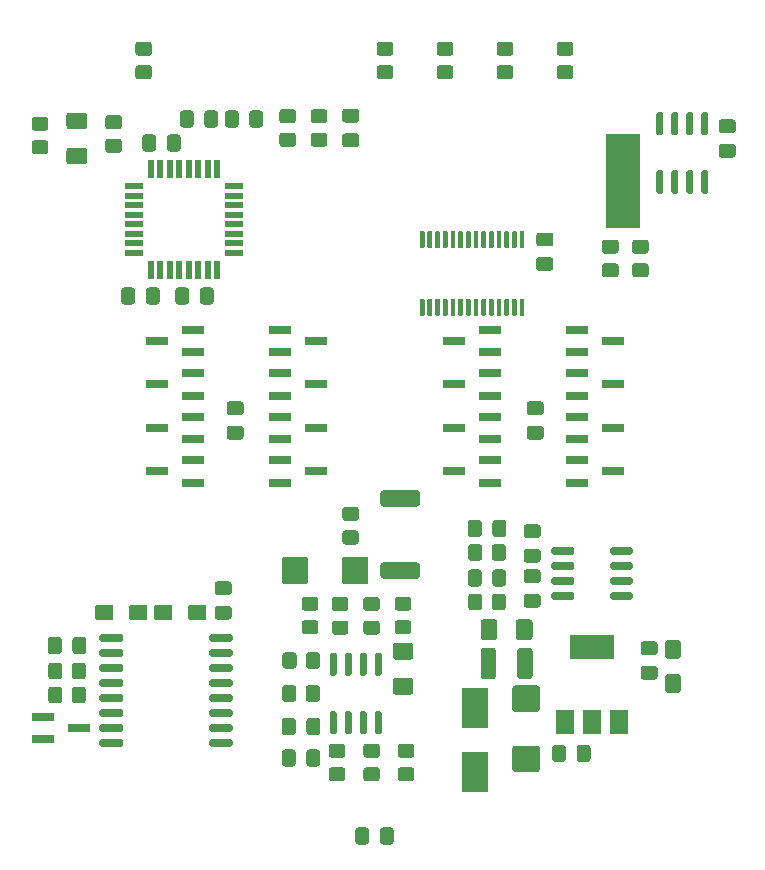
<source format=gbp>
G04 #@! TF.GenerationSoftware,KiCad,Pcbnew,5.1.12-84ad8e8a86~92~ubuntu16.04.1*
G04 #@! TF.CreationDate,2022-12-06T17:33:52+01:00*
G04 #@! TF.ProjectId,LedBar,4c656442-6172-42e6-9b69-6361645f7063,rev?*
G04 #@! TF.SameCoordinates,Original*
G04 #@! TF.FileFunction,Paste,Bot*
G04 #@! TF.FilePolarity,Positive*
%FSLAX46Y46*%
G04 Gerber Fmt 4.6, Leading zero omitted, Abs format (unit mm)*
G04 Created by KiCad (PCBNEW 5.1.12-84ad8e8a86~92~ubuntu16.04.1) date 2022-12-06 17:33:52*
%MOMM*%
%LPD*%
G01*
G04 APERTURE LIST*
%ADD10R,1.900000X0.800000*%
%ADD11R,3.000000X8.000000*%
%ADD12R,1.600000X0.550000*%
%ADD13R,0.550000X1.600000*%
%ADD14R,2.300000X3.500000*%
%ADD15R,1.500000X2.000000*%
%ADD16R,3.800000X2.000000*%
G04 APERTURE END LIST*
G36*
G01*
X164305000Y-106738000D02*
X163355000Y-106738000D01*
G75*
G02*
X163105000Y-106488000I0J250000D01*
G01*
X163105000Y-105813000D01*
G75*
G02*
X163355000Y-105563000I250000J0D01*
G01*
X164305000Y-105563000D01*
G75*
G02*
X164555000Y-105813000I0J-250000D01*
G01*
X164555000Y-106488000D01*
G75*
G02*
X164305000Y-106738000I-250000J0D01*
G01*
G37*
G36*
G01*
X164305000Y-108813000D02*
X163355000Y-108813000D01*
G75*
G02*
X163105000Y-108563000I0J250000D01*
G01*
X163105000Y-107888000D01*
G75*
G02*
X163355000Y-107638000I250000J0D01*
G01*
X164305000Y-107638000D01*
G75*
G02*
X164555000Y-107888000I0J-250000D01*
G01*
X164555000Y-108563000D01*
G75*
G02*
X164305000Y-108813000I-250000J0D01*
G01*
G37*
D10*
X131850000Y-107823000D03*
X134850000Y-108773000D03*
X134850000Y-106873000D03*
G36*
G01*
X137889000Y-121978000D02*
X136939000Y-121978000D01*
G75*
G02*
X136689000Y-121728000I0J250000D01*
G01*
X136689000Y-121053000D01*
G75*
G02*
X136939000Y-120803000I250000J0D01*
G01*
X137889000Y-120803000D01*
G75*
G02*
X138139000Y-121053000I0J-250000D01*
G01*
X138139000Y-121728000D01*
G75*
G02*
X137889000Y-121978000I-250000J0D01*
G01*
G37*
G36*
G01*
X137889000Y-124053000D02*
X136939000Y-124053000D01*
G75*
G02*
X136689000Y-123803000I0J250000D01*
G01*
X136689000Y-123128000D01*
G75*
G02*
X136939000Y-122878000I250000J0D01*
G01*
X137889000Y-122878000D01*
G75*
G02*
X138139000Y-123128000I0J-250000D01*
G01*
X138139000Y-123803000D01*
G75*
G02*
X137889000Y-124053000I-250000J0D01*
G01*
G37*
X131850000Y-111506000D03*
X134850000Y-112456000D03*
X134850000Y-110556000D03*
G36*
G01*
X180561000Y-82862000D02*
X179611000Y-82862000D01*
G75*
G02*
X179361000Y-82612000I0J250000D01*
G01*
X179361000Y-81937000D01*
G75*
G02*
X179611000Y-81687000I250000J0D01*
G01*
X180561000Y-81687000D01*
G75*
G02*
X180811000Y-81937000I0J-250000D01*
G01*
X180811000Y-82612000D01*
G75*
G02*
X180561000Y-82862000I-250000J0D01*
G01*
G37*
G36*
G01*
X180561000Y-84937000D02*
X179611000Y-84937000D01*
G75*
G02*
X179361000Y-84687000I0J250000D01*
G01*
X179361000Y-84012000D01*
G75*
G02*
X179611000Y-83762000I250000J0D01*
G01*
X180561000Y-83762000D01*
G75*
G02*
X180811000Y-84012000I0J-250000D01*
G01*
X180811000Y-84687000D01*
G75*
G02*
X180561000Y-84937000I-250000J0D01*
G01*
G37*
D11*
X171262000Y-86883000D03*
G36*
G01*
X128128000Y-123018999D02*
X128128000Y-123869001D01*
G75*
G02*
X127878001Y-124119000I-249999J0D01*
G01*
X126802999Y-124119000D01*
G75*
G02*
X126553000Y-123869001I0J249999D01*
G01*
X126553000Y-123018999D01*
G75*
G02*
X126802999Y-122769000I249999J0D01*
G01*
X127878001Y-122769000D01*
G75*
G02*
X128128000Y-123018999I0J-249999D01*
G01*
G37*
G36*
G01*
X131003000Y-123018999D02*
X131003000Y-123869001D01*
G75*
G02*
X130753001Y-124119000I-249999J0D01*
G01*
X129677999Y-124119000D01*
G75*
G02*
X129428000Y-123869001I0J249999D01*
G01*
X129428000Y-123018999D01*
G75*
G02*
X129677999Y-122769000I249999J0D01*
G01*
X130753001Y-122769000D01*
G75*
G02*
X131003000Y-123018999I0J-249999D01*
G01*
G37*
G36*
G01*
X174241000Y-86020000D02*
X174541000Y-86020000D01*
G75*
G02*
X174691000Y-86170000I0J-150000D01*
G01*
X174691000Y-87820000D01*
G75*
G02*
X174541000Y-87970000I-150000J0D01*
G01*
X174241000Y-87970000D01*
G75*
G02*
X174091000Y-87820000I0J150000D01*
G01*
X174091000Y-86170000D01*
G75*
G02*
X174241000Y-86020000I150000J0D01*
G01*
G37*
G36*
G01*
X175511000Y-86020000D02*
X175811000Y-86020000D01*
G75*
G02*
X175961000Y-86170000I0J-150000D01*
G01*
X175961000Y-87820000D01*
G75*
G02*
X175811000Y-87970000I-150000J0D01*
G01*
X175511000Y-87970000D01*
G75*
G02*
X175361000Y-87820000I0J150000D01*
G01*
X175361000Y-86170000D01*
G75*
G02*
X175511000Y-86020000I150000J0D01*
G01*
G37*
G36*
G01*
X176781000Y-86020000D02*
X177081000Y-86020000D01*
G75*
G02*
X177231000Y-86170000I0J-150000D01*
G01*
X177231000Y-87820000D01*
G75*
G02*
X177081000Y-87970000I-150000J0D01*
G01*
X176781000Y-87970000D01*
G75*
G02*
X176631000Y-87820000I0J150000D01*
G01*
X176631000Y-86170000D01*
G75*
G02*
X176781000Y-86020000I150000J0D01*
G01*
G37*
G36*
G01*
X178051000Y-86020000D02*
X178351000Y-86020000D01*
G75*
G02*
X178501000Y-86170000I0J-150000D01*
G01*
X178501000Y-87820000D01*
G75*
G02*
X178351000Y-87970000I-150000J0D01*
G01*
X178051000Y-87970000D01*
G75*
G02*
X177901000Y-87820000I0J150000D01*
G01*
X177901000Y-86170000D01*
G75*
G02*
X178051000Y-86020000I150000J0D01*
G01*
G37*
G36*
G01*
X178051000Y-81070000D02*
X178351000Y-81070000D01*
G75*
G02*
X178501000Y-81220000I0J-150000D01*
G01*
X178501000Y-82870000D01*
G75*
G02*
X178351000Y-83020000I-150000J0D01*
G01*
X178051000Y-83020000D01*
G75*
G02*
X177901000Y-82870000I0J150000D01*
G01*
X177901000Y-81220000D01*
G75*
G02*
X178051000Y-81070000I150000J0D01*
G01*
G37*
G36*
G01*
X176781000Y-81070000D02*
X177081000Y-81070000D01*
G75*
G02*
X177231000Y-81220000I0J-150000D01*
G01*
X177231000Y-82870000D01*
G75*
G02*
X177081000Y-83020000I-150000J0D01*
G01*
X176781000Y-83020000D01*
G75*
G02*
X176631000Y-82870000I0J150000D01*
G01*
X176631000Y-81220000D01*
G75*
G02*
X176781000Y-81070000I150000J0D01*
G01*
G37*
G36*
G01*
X175511000Y-81070000D02*
X175811000Y-81070000D01*
G75*
G02*
X175961000Y-81220000I0J-150000D01*
G01*
X175961000Y-82870000D01*
G75*
G02*
X175811000Y-83020000I-150000J0D01*
G01*
X175511000Y-83020000D01*
G75*
G02*
X175361000Y-82870000I0J150000D01*
G01*
X175361000Y-81220000D01*
G75*
G02*
X175511000Y-81070000I150000J0D01*
G01*
G37*
G36*
G01*
X174241000Y-81070000D02*
X174541000Y-81070000D01*
G75*
G02*
X174691000Y-81220000I0J-150000D01*
G01*
X174691000Y-82870000D01*
G75*
G02*
X174541000Y-83020000I-150000J0D01*
G01*
X174241000Y-83020000D01*
G75*
G02*
X174091000Y-82870000I0J150000D01*
G01*
X174091000Y-81220000D01*
G75*
G02*
X174241000Y-81070000I150000J0D01*
G01*
G37*
G36*
G01*
X172299999Y-93870000D02*
X173200001Y-93870000D01*
G75*
G02*
X173450000Y-94119999I0J-249999D01*
G01*
X173450000Y-94820001D01*
G75*
G02*
X173200001Y-95070000I-249999J0D01*
G01*
X172299999Y-95070000D01*
G75*
G02*
X172050000Y-94820001I0J249999D01*
G01*
X172050000Y-94119999D01*
G75*
G02*
X172299999Y-93870000I249999J0D01*
G01*
G37*
G36*
G01*
X172299999Y-91870000D02*
X173200001Y-91870000D01*
G75*
G02*
X173450000Y-92119999I0J-249999D01*
G01*
X173450000Y-92820001D01*
G75*
G02*
X173200001Y-93070000I-249999J0D01*
G01*
X172299999Y-93070000D01*
G75*
G02*
X172050000Y-92820001I0J249999D01*
G01*
X172050000Y-92119999D01*
G75*
G02*
X172299999Y-91870000I249999J0D01*
G01*
G37*
G36*
G01*
X162142999Y-134711500D02*
X163993001Y-134711500D01*
G75*
G02*
X164243000Y-134961499I0J-249999D01*
G01*
X164243000Y-136711501D01*
G75*
G02*
X163993001Y-136961500I-249999J0D01*
G01*
X162142999Y-136961500D01*
G75*
G02*
X161893000Y-136711501I0J249999D01*
G01*
X161893000Y-134961499D01*
G75*
G02*
X162142999Y-134711500I249999J0D01*
G01*
G37*
G36*
G01*
X162142999Y-129611500D02*
X163993001Y-129611500D01*
G75*
G02*
X164243000Y-129861499I0J-249999D01*
G01*
X164243000Y-131611501D01*
G75*
G02*
X163993001Y-131861500I-249999J0D01*
G01*
X162142999Y-131861500D01*
G75*
G02*
X161893000Y-131611501I0J249999D01*
G01*
X161893000Y-129861499D01*
G75*
G02*
X162142999Y-129611500I249999J0D01*
G01*
G37*
D12*
X129862000Y-87370000D03*
X129862000Y-88170000D03*
X129862000Y-88970000D03*
X129862000Y-89770000D03*
X129862000Y-90570000D03*
X129862000Y-91370000D03*
X129862000Y-92170000D03*
X129862000Y-92970000D03*
D13*
X131312000Y-94420000D03*
X132112000Y-94420000D03*
X132912000Y-94420000D03*
X133712000Y-94420000D03*
X134512000Y-94420000D03*
X135312000Y-94420000D03*
X136112000Y-94420000D03*
X136912000Y-94420000D03*
D12*
X138362000Y-92970000D03*
X138362000Y-92170000D03*
X138362000Y-91370000D03*
X138362000Y-90570000D03*
X138362000Y-89770000D03*
X138362000Y-88970000D03*
X138362000Y-88170000D03*
X138362000Y-87370000D03*
D13*
X136912000Y-85920000D03*
X136112000Y-85920000D03*
X135312000Y-85920000D03*
X134512000Y-85920000D03*
X133712000Y-85920000D03*
X132912000Y-85920000D03*
X132112000Y-85920000D03*
X131312000Y-85920000D03*
G36*
G01*
X128963000Y-125453000D02*
X128963000Y-125753000D01*
G75*
G02*
X128813000Y-125903000I-150000J0D01*
G01*
X127063000Y-125903000D01*
G75*
G02*
X126913000Y-125753000I0J150000D01*
G01*
X126913000Y-125453000D01*
G75*
G02*
X127063000Y-125303000I150000J0D01*
G01*
X128813000Y-125303000D01*
G75*
G02*
X128963000Y-125453000I0J-150000D01*
G01*
G37*
G36*
G01*
X128963000Y-126723000D02*
X128963000Y-127023000D01*
G75*
G02*
X128813000Y-127173000I-150000J0D01*
G01*
X127063000Y-127173000D01*
G75*
G02*
X126913000Y-127023000I0J150000D01*
G01*
X126913000Y-126723000D01*
G75*
G02*
X127063000Y-126573000I150000J0D01*
G01*
X128813000Y-126573000D01*
G75*
G02*
X128963000Y-126723000I0J-150000D01*
G01*
G37*
G36*
G01*
X128963000Y-127993000D02*
X128963000Y-128293000D01*
G75*
G02*
X128813000Y-128443000I-150000J0D01*
G01*
X127063000Y-128443000D01*
G75*
G02*
X126913000Y-128293000I0J150000D01*
G01*
X126913000Y-127993000D01*
G75*
G02*
X127063000Y-127843000I150000J0D01*
G01*
X128813000Y-127843000D01*
G75*
G02*
X128963000Y-127993000I0J-150000D01*
G01*
G37*
G36*
G01*
X128963000Y-129263000D02*
X128963000Y-129563000D01*
G75*
G02*
X128813000Y-129713000I-150000J0D01*
G01*
X127063000Y-129713000D01*
G75*
G02*
X126913000Y-129563000I0J150000D01*
G01*
X126913000Y-129263000D01*
G75*
G02*
X127063000Y-129113000I150000J0D01*
G01*
X128813000Y-129113000D01*
G75*
G02*
X128963000Y-129263000I0J-150000D01*
G01*
G37*
G36*
G01*
X128963000Y-130533000D02*
X128963000Y-130833000D01*
G75*
G02*
X128813000Y-130983000I-150000J0D01*
G01*
X127063000Y-130983000D01*
G75*
G02*
X126913000Y-130833000I0J150000D01*
G01*
X126913000Y-130533000D01*
G75*
G02*
X127063000Y-130383000I150000J0D01*
G01*
X128813000Y-130383000D01*
G75*
G02*
X128963000Y-130533000I0J-150000D01*
G01*
G37*
G36*
G01*
X128963000Y-131803000D02*
X128963000Y-132103000D01*
G75*
G02*
X128813000Y-132253000I-150000J0D01*
G01*
X127063000Y-132253000D01*
G75*
G02*
X126913000Y-132103000I0J150000D01*
G01*
X126913000Y-131803000D01*
G75*
G02*
X127063000Y-131653000I150000J0D01*
G01*
X128813000Y-131653000D01*
G75*
G02*
X128963000Y-131803000I0J-150000D01*
G01*
G37*
G36*
G01*
X128963000Y-133073000D02*
X128963000Y-133373000D01*
G75*
G02*
X128813000Y-133523000I-150000J0D01*
G01*
X127063000Y-133523000D01*
G75*
G02*
X126913000Y-133373000I0J150000D01*
G01*
X126913000Y-133073000D01*
G75*
G02*
X127063000Y-132923000I150000J0D01*
G01*
X128813000Y-132923000D01*
G75*
G02*
X128963000Y-133073000I0J-150000D01*
G01*
G37*
G36*
G01*
X128963000Y-134343000D02*
X128963000Y-134643000D01*
G75*
G02*
X128813000Y-134793000I-150000J0D01*
G01*
X127063000Y-134793000D01*
G75*
G02*
X126913000Y-134643000I0J150000D01*
G01*
X126913000Y-134343000D01*
G75*
G02*
X127063000Y-134193000I150000J0D01*
G01*
X128813000Y-134193000D01*
G75*
G02*
X128963000Y-134343000I0J-150000D01*
G01*
G37*
G36*
G01*
X138263000Y-134343000D02*
X138263000Y-134643000D01*
G75*
G02*
X138113000Y-134793000I-150000J0D01*
G01*
X136363000Y-134793000D01*
G75*
G02*
X136213000Y-134643000I0J150000D01*
G01*
X136213000Y-134343000D01*
G75*
G02*
X136363000Y-134193000I150000J0D01*
G01*
X138113000Y-134193000D01*
G75*
G02*
X138263000Y-134343000I0J-150000D01*
G01*
G37*
G36*
G01*
X138263000Y-133073000D02*
X138263000Y-133373000D01*
G75*
G02*
X138113000Y-133523000I-150000J0D01*
G01*
X136363000Y-133523000D01*
G75*
G02*
X136213000Y-133373000I0J150000D01*
G01*
X136213000Y-133073000D01*
G75*
G02*
X136363000Y-132923000I150000J0D01*
G01*
X138113000Y-132923000D01*
G75*
G02*
X138263000Y-133073000I0J-150000D01*
G01*
G37*
G36*
G01*
X138263000Y-131803000D02*
X138263000Y-132103000D01*
G75*
G02*
X138113000Y-132253000I-150000J0D01*
G01*
X136363000Y-132253000D01*
G75*
G02*
X136213000Y-132103000I0J150000D01*
G01*
X136213000Y-131803000D01*
G75*
G02*
X136363000Y-131653000I150000J0D01*
G01*
X138113000Y-131653000D01*
G75*
G02*
X138263000Y-131803000I0J-150000D01*
G01*
G37*
G36*
G01*
X138263000Y-130533000D02*
X138263000Y-130833000D01*
G75*
G02*
X138113000Y-130983000I-150000J0D01*
G01*
X136363000Y-130983000D01*
G75*
G02*
X136213000Y-130833000I0J150000D01*
G01*
X136213000Y-130533000D01*
G75*
G02*
X136363000Y-130383000I150000J0D01*
G01*
X138113000Y-130383000D01*
G75*
G02*
X138263000Y-130533000I0J-150000D01*
G01*
G37*
G36*
G01*
X138263000Y-129263000D02*
X138263000Y-129563000D01*
G75*
G02*
X138113000Y-129713000I-150000J0D01*
G01*
X136363000Y-129713000D01*
G75*
G02*
X136213000Y-129563000I0J150000D01*
G01*
X136213000Y-129263000D01*
G75*
G02*
X136363000Y-129113000I150000J0D01*
G01*
X138113000Y-129113000D01*
G75*
G02*
X138263000Y-129263000I0J-150000D01*
G01*
G37*
G36*
G01*
X138263000Y-127993000D02*
X138263000Y-128293000D01*
G75*
G02*
X138113000Y-128443000I-150000J0D01*
G01*
X136363000Y-128443000D01*
G75*
G02*
X136213000Y-128293000I0J150000D01*
G01*
X136213000Y-127993000D01*
G75*
G02*
X136363000Y-127843000I150000J0D01*
G01*
X138113000Y-127843000D01*
G75*
G02*
X138263000Y-127993000I0J-150000D01*
G01*
G37*
G36*
G01*
X138263000Y-126723000D02*
X138263000Y-127023000D01*
G75*
G02*
X138113000Y-127173000I-150000J0D01*
G01*
X136363000Y-127173000D01*
G75*
G02*
X136213000Y-127023000I0J150000D01*
G01*
X136213000Y-126723000D01*
G75*
G02*
X136363000Y-126573000I150000J0D01*
G01*
X138113000Y-126573000D01*
G75*
G02*
X138263000Y-126723000I0J-150000D01*
G01*
G37*
G36*
G01*
X138263000Y-125453000D02*
X138263000Y-125753000D01*
G75*
G02*
X138113000Y-125903000I-150000J0D01*
G01*
X136363000Y-125903000D01*
G75*
G02*
X136213000Y-125753000I0J150000D01*
G01*
X136213000Y-125453000D01*
G75*
G02*
X136363000Y-125303000I150000J0D01*
G01*
X138113000Y-125303000D01*
G75*
G02*
X138263000Y-125453000I0J-150000D01*
G01*
G37*
G36*
G01*
X124606000Y-130879001D02*
X124606000Y-129978999D01*
G75*
G02*
X124855999Y-129729000I249999J0D01*
G01*
X125556001Y-129729000D01*
G75*
G02*
X125806000Y-129978999I0J-249999D01*
G01*
X125806000Y-130879001D01*
G75*
G02*
X125556001Y-131129000I-249999J0D01*
G01*
X124855999Y-131129000D01*
G75*
G02*
X124606000Y-130879001I0J249999D01*
G01*
G37*
G36*
G01*
X122606000Y-130879001D02*
X122606000Y-129978999D01*
G75*
G02*
X122855999Y-129729000I249999J0D01*
G01*
X123556001Y-129729000D01*
G75*
G02*
X123806000Y-129978999I0J-249999D01*
G01*
X123806000Y-130879001D01*
G75*
G02*
X123556001Y-131129000I-249999J0D01*
G01*
X122855999Y-131129000D01*
G75*
G02*
X122606000Y-130879001I0J249999D01*
G01*
G37*
G36*
G01*
X152029000Y-128981500D02*
X153279000Y-128981500D01*
G75*
G02*
X153529000Y-129231500I0J-250000D01*
G01*
X153529000Y-130156500D01*
G75*
G02*
X153279000Y-130406500I-250000J0D01*
G01*
X152029000Y-130406500D01*
G75*
G02*
X151779000Y-130156500I0J250000D01*
G01*
X151779000Y-129231500D01*
G75*
G02*
X152029000Y-128981500I250000J0D01*
G01*
G37*
G36*
G01*
X152029000Y-126006500D02*
X153279000Y-126006500D01*
G75*
G02*
X153529000Y-126256500I0J-250000D01*
G01*
X153529000Y-127181500D01*
G75*
G02*
X153279000Y-127431500I-250000J0D01*
G01*
X152029000Y-127431500D01*
G75*
G02*
X151779000Y-127181500I0J250000D01*
G01*
X151779000Y-126256500D01*
G75*
G02*
X152029000Y-126006500I250000J0D01*
G01*
G37*
D10*
X125198000Y-133223000D03*
X122198000Y-132273000D03*
X122198000Y-134173000D03*
G36*
G01*
X144625000Y-118962999D02*
X144625000Y-120813001D01*
G75*
G02*
X144375001Y-121063000I-249999J0D01*
G01*
X142624999Y-121063000D01*
G75*
G02*
X142375000Y-120813001I0J249999D01*
G01*
X142375000Y-118962999D01*
G75*
G02*
X142624999Y-118713000I249999J0D01*
G01*
X144375001Y-118713000D01*
G75*
G02*
X144625000Y-118962999I0J-249999D01*
G01*
G37*
G36*
G01*
X149725000Y-118962999D02*
X149725000Y-120813001D01*
G75*
G02*
X149475001Y-121063000I-249999J0D01*
G01*
X147724999Y-121063000D01*
G75*
G02*
X147475000Y-120813001I0J249999D01*
G01*
X147475000Y-118962999D01*
G75*
G02*
X147724999Y-118713000I249999J0D01*
G01*
X149475001Y-118713000D01*
G75*
G02*
X149725000Y-118962999I0J-249999D01*
G01*
G37*
G36*
G01*
X135451000Y-97122000D02*
X135451000Y-96172000D01*
G75*
G02*
X135701000Y-95922000I250000J0D01*
G01*
X136376000Y-95922000D01*
G75*
G02*
X136626000Y-96172000I0J-250000D01*
G01*
X136626000Y-97122000D01*
G75*
G02*
X136376000Y-97372000I-250000J0D01*
G01*
X135701000Y-97372000D01*
G75*
G02*
X135451000Y-97122000I0J250000D01*
G01*
G37*
G36*
G01*
X133376000Y-97122000D02*
X133376000Y-96172000D01*
G75*
G02*
X133626000Y-95922000I250000J0D01*
G01*
X134301000Y-95922000D01*
G75*
G02*
X134551000Y-96172000I0J-250000D01*
G01*
X134551000Y-97122000D01*
G75*
G02*
X134301000Y-97372000I-250000J0D01*
G01*
X133626000Y-97372000D01*
G75*
G02*
X133376000Y-97122000I0J250000D01*
G01*
G37*
G36*
G01*
X162192000Y-125529500D02*
X162192000Y-124279500D01*
G75*
G02*
X162442000Y-124029500I250000J0D01*
G01*
X163367000Y-124029500D01*
G75*
G02*
X163617000Y-124279500I0J-250000D01*
G01*
X163617000Y-125529500D01*
G75*
G02*
X163367000Y-125779500I-250000J0D01*
G01*
X162442000Y-125779500D01*
G75*
G02*
X162192000Y-125529500I0J250000D01*
G01*
G37*
G36*
G01*
X159217000Y-125529500D02*
X159217000Y-124279500D01*
G75*
G02*
X159467000Y-124029500I250000J0D01*
G01*
X160392000Y-124029500D01*
G75*
G02*
X160642000Y-124279500I0J-250000D01*
G01*
X160642000Y-125529500D01*
G75*
G02*
X160392000Y-125779500I-250000J0D01*
G01*
X159467000Y-125779500D01*
G75*
G02*
X159217000Y-125529500I0J250000D01*
G01*
G37*
G36*
G01*
X124406500Y-84087000D02*
X125656500Y-84087000D01*
G75*
G02*
X125906500Y-84337000I0J-250000D01*
G01*
X125906500Y-85262000D01*
G75*
G02*
X125656500Y-85512000I-250000J0D01*
G01*
X124406500Y-85512000D01*
G75*
G02*
X124156500Y-85262000I0J250000D01*
G01*
X124156500Y-84337000D01*
G75*
G02*
X124406500Y-84087000I250000J0D01*
G01*
G37*
G36*
G01*
X124406500Y-81112000D02*
X125656500Y-81112000D01*
G75*
G02*
X125906500Y-81362000I0J-250000D01*
G01*
X125906500Y-82287000D01*
G75*
G02*
X125656500Y-82537000I-250000J0D01*
G01*
X124406500Y-82537000D01*
G75*
G02*
X124156500Y-82287000I0J250000D01*
G01*
X124156500Y-81362000D01*
G75*
G02*
X124406500Y-81112000I250000J0D01*
G01*
G37*
G36*
G01*
X127692999Y-83331000D02*
X128593001Y-83331000D01*
G75*
G02*
X128843000Y-83580999I0J-249999D01*
G01*
X128843000Y-84281001D01*
G75*
G02*
X128593001Y-84531000I-249999J0D01*
G01*
X127692999Y-84531000D01*
G75*
G02*
X127443000Y-84281001I0J249999D01*
G01*
X127443000Y-83580999D01*
G75*
G02*
X127692999Y-83331000I249999J0D01*
G01*
G37*
G36*
G01*
X127692999Y-81331000D02*
X128593001Y-81331000D01*
G75*
G02*
X128843000Y-81580999I0J-249999D01*
G01*
X128843000Y-82281001D01*
G75*
G02*
X128593001Y-82531000I-249999J0D01*
G01*
X127692999Y-82531000D01*
G75*
G02*
X127443000Y-82281001I0J249999D01*
G01*
X127443000Y-81580999D01*
G75*
G02*
X127692999Y-81331000I249999J0D01*
G01*
G37*
X170410000Y-104140000D03*
X167410000Y-103190000D03*
X167410000Y-105090000D03*
X170410000Y-111506000D03*
X167410000Y-110556000D03*
X167410000Y-112456000D03*
X145264000Y-107823000D03*
X142264000Y-106873000D03*
X142264000Y-108773000D03*
X156996000Y-107823000D03*
X159996000Y-108773000D03*
X159996000Y-106873000D03*
X170410000Y-107823000D03*
X167410000Y-106873000D03*
X167410000Y-108773000D03*
X131850000Y-104140000D03*
X134850000Y-105090000D03*
X134850000Y-103190000D03*
X145264000Y-104140000D03*
X142264000Y-103190000D03*
X142264000Y-105090000D03*
X156996000Y-104140000D03*
X159996000Y-105090000D03*
X159996000Y-103190000D03*
X131850000Y-100457000D03*
X134850000Y-101407000D03*
X134850000Y-99507000D03*
X145264000Y-100457000D03*
X142264000Y-99507000D03*
X142264000Y-101407000D03*
X156996000Y-100457000D03*
X159996000Y-101407000D03*
X159996000Y-99507000D03*
X170410000Y-100457000D03*
X167410000Y-99507000D03*
X167410000Y-101407000D03*
G36*
G01*
X146615999Y-136544000D02*
X147516001Y-136544000D01*
G75*
G02*
X147766000Y-136793999I0J-249999D01*
G01*
X147766000Y-137494001D01*
G75*
G02*
X147516001Y-137744000I-249999J0D01*
G01*
X146615999Y-137744000D01*
G75*
G02*
X146366000Y-137494001I0J249999D01*
G01*
X146366000Y-136793999D01*
G75*
G02*
X146615999Y-136544000I249999J0D01*
G01*
G37*
G36*
G01*
X146615999Y-134544000D02*
X147516001Y-134544000D01*
G75*
G02*
X147766000Y-134793999I0J-249999D01*
G01*
X147766000Y-135494001D01*
G75*
G02*
X147516001Y-135744000I-249999J0D01*
G01*
X146615999Y-135744000D01*
G75*
G02*
X146366000Y-135494001I0J249999D01*
G01*
X146366000Y-134793999D01*
G75*
G02*
X146615999Y-134544000I249999J0D01*
G01*
G37*
G36*
G01*
X150437001Y-135744000D02*
X149536999Y-135744000D01*
G75*
G02*
X149287000Y-135494001I0J249999D01*
G01*
X149287000Y-134793999D01*
G75*
G02*
X149536999Y-134544000I249999J0D01*
G01*
X150437001Y-134544000D01*
G75*
G02*
X150687000Y-134793999I0J-249999D01*
G01*
X150687000Y-135494001D01*
G75*
G02*
X150437001Y-135744000I-249999J0D01*
G01*
G37*
G36*
G01*
X150437001Y-137744000D02*
X149536999Y-137744000D01*
G75*
G02*
X149287000Y-137494001I0J249999D01*
G01*
X149287000Y-136793999D01*
G75*
G02*
X149536999Y-136544000I249999J0D01*
G01*
X150437001Y-136544000D01*
G75*
G02*
X150687000Y-136793999I0J-249999D01*
G01*
X150687000Y-137494001D01*
G75*
G02*
X150437001Y-137744000I-249999J0D01*
G01*
G37*
G36*
G01*
X152457999Y-136544000D02*
X153358001Y-136544000D01*
G75*
G02*
X153608000Y-136793999I0J-249999D01*
G01*
X153608000Y-137494001D01*
G75*
G02*
X153358001Y-137744000I-249999J0D01*
G01*
X152457999Y-137744000D01*
G75*
G02*
X152208000Y-137494001I0J249999D01*
G01*
X152208000Y-136793999D01*
G75*
G02*
X152457999Y-136544000I249999J0D01*
G01*
G37*
G36*
G01*
X152457999Y-134544000D02*
X153358001Y-134544000D01*
G75*
G02*
X153608000Y-134793999I0J-249999D01*
G01*
X153608000Y-135494001D01*
G75*
G02*
X153358001Y-135744000I-249999J0D01*
G01*
X152457999Y-135744000D01*
G75*
G02*
X152208000Y-135494001I0J249999D01*
G01*
X152208000Y-134793999D01*
G75*
G02*
X152457999Y-134544000I249999J0D01*
G01*
G37*
G36*
G01*
X146869999Y-124123400D02*
X147770001Y-124123400D01*
G75*
G02*
X148020000Y-124373399I0J-249999D01*
G01*
X148020000Y-125073401D01*
G75*
G02*
X147770001Y-125323400I-249999J0D01*
G01*
X146869999Y-125323400D01*
G75*
G02*
X146620000Y-125073401I0J249999D01*
G01*
X146620000Y-124373399D01*
G75*
G02*
X146869999Y-124123400I249999J0D01*
G01*
G37*
G36*
G01*
X146869999Y-122123400D02*
X147770001Y-122123400D01*
G75*
G02*
X148020000Y-122373399I0J-249999D01*
G01*
X148020000Y-123073401D01*
G75*
G02*
X147770001Y-123323400I-249999J0D01*
G01*
X146869999Y-123323400D01*
G75*
G02*
X146620000Y-123073401I0J249999D01*
G01*
X146620000Y-122373399D01*
G75*
G02*
X146869999Y-122123400I249999J0D01*
G01*
G37*
G36*
G01*
X145230001Y-123298000D02*
X144329999Y-123298000D01*
G75*
G02*
X144080000Y-123048001I0J249999D01*
G01*
X144080000Y-122347999D01*
G75*
G02*
X144329999Y-122098000I249999J0D01*
G01*
X145230001Y-122098000D01*
G75*
G02*
X145480000Y-122347999I0J-249999D01*
G01*
X145480000Y-123048001D01*
G75*
G02*
X145230001Y-123298000I-249999J0D01*
G01*
G37*
G36*
G01*
X145230001Y-125298000D02*
X144329999Y-125298000D01*
G75*
G02*
X144080000Y-125048001I0J249999D01*
G01*
X144080000Y-124347999D01*
G75*
G02*
X144329999Y-124098000I249999J0D01*
G01*
X145230001Y-124098000D01*
G75*
G02*
X145480000Y-124347999I0J-249999D01*
G01*
X145480000Y-125048001D01*
G75*
G02*
X145230001Y-125298000I-249999J0D01*
G01*
G37*
G36*
G01*
X149536999Y-124123400D02*
X150437001Y-124123400D01*
G75*
G02*
X150687000Y-124373399I0J-249999D01*
G01*
X150687000Y-125073401D01*
G75*
G02*
X150437001Y-125323400I-249999J0D01*
G01*
X149536999Y-125323400D01*
G75*
G02*
X149287000Y-125073401I0J249999D01*
G01*
X149287000Y-124373399D01*
G75*
G02*
X149536999Y-124123400I249999J0D01*
G01*
G37*
G36*
G01*
X149536999Y-122123400D02*
X150437001Y-122123400D01*
G75*
G02*
X150687000Y-122373399I0J-249999D01*
G01*
X150687000Y-123073401D01*
G75*
G02*
X150437001Y-123323400I-249999J0D01*
G01*
X149536999Y-123323400D01*
G75*
G02*
X149287000Y-123073401I0J249999D01*
G01*
X149287000Y-122373399D01*
G75*
G02*
X149536999Y-122123400I249999J0D01*
G01*
G37*
G36*
G01*
X152203999Y-124098000D02*
X153104001Y-124098000D01*
G75*
G02*
X153354000Y-124347999I0J-249999D01*
G01*
X153354000Y-125048001D01*
G75*
G02*
X153104001Y-125298000I-249999J0D01*
G01*
X152203999Y-125298000D01*
G75*
G02*
X151954000Y-125048001I0J249999D01*
G01*
X151954000Y-124347999D01*
G75*
G02*
X152203999Y-124098000I249999J0D01*
G01*
G37*
G36*
G01*
X152203999Y-122098000D02*
X153104001Y-122098000D01*
G75*
G02*
X153354000Y-122347999I0J-249999D01*
G01*
X153354000Y-123048001D01*
G75*
G02*
X153104001Y-123298000I-249999J0D01*
G01*
X152203999Y-123298000D01*
G75*
G02*
X151954000Y-123048001I0J249999D01*
G01*
X151954000Y-122347999D01*
G75*
G02*
X152203999Y-122098000I249999J0D01*
G01*
G37*
G36*
G01*
X144418000Y-130752001D02*
X144418000Y-129851999D01*
G75*
G02*
X144667999Y-129602000I249999J0D01*
G01*
X145368001Y-129602000D01*
G75*
G02*
X145618000Y-129851999I0J-249999D01*
G01*
X145618000Y-130752001D01*
G75*
G02*
X145368001Y-131002000I-249999J0D01*
G01*
X144667999Y-131002000D01*
G75*
G02*
X144418000Y-130752001I0J249999D01*
G01*
G37*
G36*
G01*
X142418000Y-130752001D02*
X142418000Y-129851999D01*
G75*
G02*
X142667999Y-129602000I249999J0D01*
G01*
X143368001Y-129602000D01*
G75*
G02*
X143618000Y-129851999I0J-249999D01*
G01*
X143618000Y-130752001D01*
G75*
G02*
X143368001Y-131002000I-249999J0D01*
G01*
X142667999Y-131002000D01*
G75*
G02*
X142418000Y-130752001I0J249999D01*
G01*
G37*
G36*
G01*
X144434000Y-127958001D02*
X144434000Y-127057999D01*
G75*
G02*
X144683999Y-126808000I249999J0D01*
G01*
X145384001Y-126808000D01*
G75*
G02*
X145634000Y-127057999I0J-249999D01*
G01*
X145634000Y-127958001D01*
G75*
G02*
X145384001Y-128208000I-249999J0D01*
G01*
X144683999Y-128208000D01*
G75*
G02*
X144434000Y-127958001I0J249999D01*
G01*
G37*
G36*
G01*
X142434000Y-127958001D02*
X142434000Y-127057999D01*
G75*
G02*
X142683999Y-126808000I249999J0D01*
G01*
X143384001Y-126808000D01*
G75*
G02*
X143634000Y-127057999I0J-249999D01*
G01*
X143634000Y-127958001D01*
G75*
G02*
X143384001Y-128208000I-249999J0D01*
G01*
X142683999Y-128208000D01*
G75*
G02*
X142434000Y-127958001I0J249999D01*
G01*
G37*
G36*
G01*
X148659001Y-115694000D02*
X147758999Y-115694000D01*
G75*
G02*
X147509000Y-115444001I0J249999D01*
G01*
X147509000Y-114743999D01*
G75*
G02*
X147758999Y-114494000I249999J0D01*
G01*
X148659001Y-114494000D01*
G75*
G02*
X148909000Y-114743999I0J-249999D01*
G01*
X148909000Y-115444001D01*
G75*
G02*
X148659001Y-115694000I-249999J0D01*
G01*
G37*
G36*
G01*
X148659001Y-117694000D02*
X147758999Y-117694000D01*
G75*
G02*
X147509000Y-117444001I0J249999D01*
G01*
X147509000Y-116743999D01*
G75*
G02*
X147758999Y-116494000I249999J0D01*
G01*
X148659001Y-116494000D01*
G75*
G02*
X148909000Y-116743999I0J-249999D01*
G01*
X148909000Y-117444001D01*
G75*
G02*
X148659001Y-117694000I-249999J0D01*
G01*
G37*
G36*
G01*
X160216000Y-120998000D02*
X160216000Y-120048000D01*
G75*
G02*
X160466000Y-119798000I250000J0D01*
G01*
X161141000Y-119798000D01*
G75*
G02*
X161391000Y-120048000I0J-250000D01*
G01*
X161391000Y-120998000D01*
G75*
G02*
X161141000Y-121248000I-250000J0D01*
G01*
X160466000Y-121248000D01*
G75*
G02*
X160216000Y-120998000I0J250000D01*
G01*
G37*
G36*
G01*
X158141000Y-120998000D02*
X158141000Y-120048000D01*
G75*
G02*
X158391000Y-119798000I250000J0D01*
G01*
X159066000Y-119798000D01*
G75*
G02*
X159316000Y-120048000I0J-250000D01*
G01*
X159316000Y-120998000D01*
G75*
G02*
X159066000Y-121248000I-250000J0D01*
G01*
X158391000Y-121248000D01*
G75*
G02*
X158141000Y-120998000I0J250000D01*
G01*
G37*
G36*
G01*
X163101000Y-118052000D02*
X164051000Y-118052000D01*
G75*
G02*
X164301000Y-118302000I0J-250000D01*
G01*
X164301000Y-118977000D01*
G75*
G02*
X164051000Y-119227000I-250000J0D01*
G01*
X163101000Y-119227000D01*
G75*
G02*
X162851000Y-118977000I0J250000D01*
G01*
X162851000Y-118302000D01*
G75*
G02*
X163101000Y-118052000I250000J0D01*
G01*
G37*
G36*
G01*
X163101000Y-115977000D02*
X164051000Y-115977000D01*
G75*
G02*
X164301000Y-116227000I0J-250000D01*
G01*
X164301000Y-116902000D01*
G75*
G02*
X164051000Y-117152000I-250000J0D01*
G01*
X163101000Y-117152000D01*
G75*
G02*
X162851000Y-116902000I0J250000D01*
G01*
X162851000Y-116227000D01*
G75*
G02*
X163101000Y-115977000I250000J0D01*
G01*
G37*
G36*
G01*
X160216000Y-116807000D02*
X160216000Y-115857000D01*
G75*
G02*
X160466000Y-115607000I250000J0D01*
G01*
X161141000Y-115607000D01*
G75*
G02*
X161391000Y-115857000I0J-250000D01*
G01*
X161391000Y-116807000D01*
G75*
G02*
X161141000Y-117057000I-250000J0D01*
G01*
X160466000Y-117057000D01*
G75*
G02*
X160216000Y-116807000I0J250000D01*
G01*
G37*
G36*
G01*
X158141000Y-116807000D02*
X158141000Y-115857000D01*
G75*
G02*
X158391000Y-115607000I250000J0D01*
G01*
X159066000Y-115607000D01*
G75*
G02*
X159316000Y-115857000I0J-250000D01*
G01*
X159316000Y-116807000D01*
G75*
G02*
X159066000Y-117057000I-250000J0D01*
G01*
X158391000Y-117057000D01*
G75*
G02*
X158141000Y-116807000I0J250000D01*
G01*
G37*
G36*
G01*
X173007000Y-127958000D02*
X173957000Y-127958000D01*
G75*
G02*
X174207000Y-128208000I0J-250000D01*
G01*
X174207000Y-128883000D01*
G75*
G02*
X173957000Y-129133000I-250000J0D01*
G01*
X173007000Y-129133000D01*
G75*
G02*
X172757000Y-128883000I0J250000D01*
G01*
X172757000Y-128208000D01*
G75*
G02*
X173007000Y-127958000I250000J0D01*
G01*
G37*
G36*
G01*
X173007000Y-125883000D02*
X173957000Y-125883000D01*
G75*
G02*
X174207000Y-126133000I0J-250000D01*
G01*
X174207000Y-126808000D01*
G75*
G02*
X173957000Y-127058000I-250000J0D01*
G01*
X173007000Y-127058000D01*
G75*
G02*
X172757000Y-126808000I0J250000D01*
G01*
X172757000Y-126133000D01*
G75*
G02*
X173007000Y-125883000I250000J0D01*
G01*
G37*
G36*
G01*
X163101000Y-121862000D02*
X164051000Y-121862000D01*
G75*
G02*
X164301000Y-122112000I0J-250000D01*
G01*
X164301000Y-122787000D01*
G75*
G02*
X164051000Y-123037000I-250000J0D01*
G01*
X163101000Y-123037000D01*
G75*
G02*
X162851000Y-122787000I0J250000D01*
G01*
X162851000Y-122112000D01*
G75*
G02*
X163101000Y-121862000I250000J0D01*
G01*
G37*
G36*
G01*
X163101000Y-119787000D02*
X164051000Y-119787000D01*
G75*
G02*
X164301000Y-120037000I0J-250000D01*
G01*
X164301000Y-120712000D01*
G75*
G02*
X164051000Y-120962000I-250000J0D01*
G01*
X163101000Y-120962000D01*
G75*
G02*
X162851000Y-120712000I0J250000D01*
G01*
X162851000Y-120037000D01*
G75*
G02*
X163101000Y-119787000I250000J0D01*
G01*
G37*
D14*
X158750000Y-136939000D03*
X158750000Y-131539000D03*
G36*
G01*
X145091999Y-82823000D02*
X145992001Y-82823000D01*
G75*
G02*
X146242000Y-83072999I0J-249999D01*
G01*
X146242000Y-83773001D01*
G75*
G02*
X145992001Y-84023000I-249999J0D01*
G01*
X145091999Y-84023000D01*
G75*
G02*
X144842000Y-83773001I0J249999D01*
G01*
X144842000Y-83072999D01*
G75*
G02*
X145091999Y-82823000I249999J0D01*
G01*
G37*
G36*
G01*
X145091999Y-80823000D02*
X145992001Y-80823000D01*
G75*
G02*
X146242000Y-81072999I0J-249999D01*
G01*
X146242000Y-81773001D01*
G75*
G02*
X145992001Y-82023000I-249999J0D01*
G01*
X145091999Y-82023000D01*
G75*
G02*
X144842000Y-81773001I0J249999D01*
G01*
X144842000Y-81072999D01*
G75*
G02*
X145091999Y-80823000I249999J0D01*
G01*
G37*
G36*
G01*
X131133001Y-76308000D02*
X130232999Y-76308000D01*
G75*
G02*
X129983000Y-76058001I0J249999D01*
G01*
X129983000Y-75357999D01*
G75*
G02*
X130232999Y-75108000I249999J0D01*
G01*
X131133001Y-75108000D01*
G75*
G02*
X131383000Y-75357999I0J-249999D01*
G01*
X131383000Y-76058001D01*
G75*
G02*
X131133001Y-76308000I-249999J0D01*
G01*
G37*
G36*
G01*
X131133001Y-78308000D02*
X130232999Y-78308000D01*
G75*
G02*
X129983000Y-78058001I0J249999D01*
G01*
X129983000Y-77357999D01*
G75*
G02*
X130232999Y-77108000I249999J0D01*
G01*
X131133001Y-77108000D01*
G75*
G02*
X131383000Y-77357999I0J-249999D01*
G01*
X131383000Y-78058001D01*
G75*
G02*
X131133001Y-78308000I-249999J0D01*
G01*
G37*
G36*
G01*
X144468000Y-136238000D02*
X144468000Y-135288000D01*
G75*
G02*
X144718000Y-135038000I250000J0D01*
G01*
X145393000Y-135038000D01*
G75*
G02*
X145643000Y-135288000I0J-250000D01*
G01*
X145643000Y-136238000D01*
G75*
G02*
X145393000Y-136488000I-250000J0D01*
G01*
X144718000Y-136488000D01*
G75*
G02*
X144468000Y-136238000I0J250000D01*
G01*
G37*
G36*
G01*
X142393000Y-136238000D02*
X142393000Y-135288000D01*
G75*
G02*
X142643000Y-135038000I250000J0D01*
G01*
X143318000Y-135038000D01*
G75*
G02*
X143568000Y-135288000I0J-250000D01*
G01*
X143568000Y-136238000D01*
G75*
G02*
X143318000Y-136488000I-250000J0D01*
G01*
X142643000Y-136488000D01*
G75*
G02*
X142393000Y-136238000I0J250000D01*
G01*
G37*
G36*
G01*
X165919999Y-77108000D02*
X166820001Y-77108000D01*
G75*
G02*
X167070000Y-77357999I0J-249999D01*
G01*
X167070000Y-78058001D01*
G75*
G02*
X166820001Y-78308000I-249999J0D01*
G01*
X165919999Y-78308000D01*
G75*
G02*
X165670000Y-78058001I0J249999D01*
G01*
X165670000Y-77357999D01*
G75*
G02*
X165919999Y-77108000I249999J0D01*
G01*
G37*
G36*
G01*
X165919999Y-75108000D02*
X166820001Y-75108000D01*
G75*
G02*
X167070000Y-75357999I0J-249999D01*
G01*
X167070000Y-76058001D01*
G75*
G02*
X166820001Y-76308000I-249999J0D01*
G01*
X165919999Y-76308000D01*
G75*
G02*
X165670000Y-76058001I0J249999D01*
G01*
X165670000Y-75357999D01*
G75*
G02*
X165919999Y-75108000I249999J0D01*
G01*
G37*
G36*
G01*
X160839999Y-77108000D02*
X161740001Y-77108000D01*
G75*
G02*
X161990000Y-77357999I0J-249999D01*
G01*
X161990000Y-78058001D01*
G75*
G02*
X161740001Y-78308000I-249999J0D01*
G01*
X160839999Y-78308000D01*
G75*
G02*
X160590000Y-78058001I0J249999D01*
G01*
X160590000Y-77357999D01*
G75*
G02*
X160839999Y-77108000I249999J0D01*
G01*
G37*
G36*
G01*
X160839999Y-75108000D02*
X161740001Y-75108000D01*
G75*
G02*
X161990000Y-75357999I0J-249999D01*
G01*
X161990000Y-76058001D01*
G75*
G02*
X161740001Y-76308000I-249999J0D01*
G01*
X160839999Y-76308000D01*
G75*
G02*
X160590000Y-76058001I0J249999D01*
G01*
X160590000Y-75357999D01*
G75*
G02*
X160839999Y-75108000I249999J0D01*
G01*
G37*
G36*
G01*
X155759999Y-77108000D02*
X156660001Y-77108000D01*
G75*
G02*
X156910000Y-77357999I0J-249999D01*
G01*
X156910000Y-78058001D01*
G75*
G02*
X156660001Y-78308000I-249999J0D01*
G01*
X155759999Y-78308000D01*
G75*
G02*
X155510000Y-78058001I0J249999D01*
G01*
X155510000Y-77357999D01*
G75*
G02*
X155759999Y-77108000I249999J0D01*
G01*
G37*
G36*
G01*
X155759999Y-75108000D02*
X156660001Y-75108000D01*
G75*
G02*
X156910000Y-75357999I0J-249999D01*
G01*
X156910000Y-76058001D01*
G75*
G02*
X156660001Y-76308000I-249999J0D01*
G01*
X155759999Y-76308000D01*
G75*
G02*
X155510000Y-76058001I0J249999D01*
G01*
X155510000Y-75357999D01*
G75*
G02*
X155759999Y-75108000I249999J0D01*
G01*
G37*
G36*
G01*
X150679999Y-77108000D02*
X151580001Y-77108000D01*
G75*
G02*
X151830000Y-77357999I0J-249999D01*
G01*
X151830000Y-78058001D01*
G75*
G02*
X151580001Y-78308000I-249999J0D01*
G01*
X150679999Y-78308000D01*
G75*
G02*
X150430000Y-78058001I0J249999D01*
G01*
X150430000Y-77357999D01*
G75*
G02*
X150679999Y-77108000I249999J0D01*
G01*
G37*
G36*
G01*
X150679999Y-75108000D02*
X151580001Y-75108000D01*
G75*
G02*
X151830000Y-75357999I0J-249999D01*
G01*
X151830000Y-76058001D01*
G75*
G02*
X151580001Y-76308000I-249999J0D01*
G01*
X150679999Y-76308000D01*
G75*
G02*
X150430000Y-76058001I0J249999D01*
G01*
X150430000Y-75357999D01*
G75*
G02*
X150679999Y-75108000I249999J0D01*
G01*
G37*
G36*
G01*
X148684000Y-81973000D02*
X147734000Y-81973000D01*
G75*
G02*
X147484000Y-81723000I0J250000D01*
G01*
X147484000Y-81048000D01*
G75*
G02*
X147734000Y-80798000I250000J0D01*
G01*
X148684000Y-80798000D01*
G75*
G02*
X148934000Y-81048000I0J-250000D01*
G01*
X148934000Y-81723000D01*
G75*
G02*
X148684000Y-81973000I-250000J0D01*
G01*
G37*
G36*
G01*
X148684000Y-84048000D02*
X147734000Y-84048000D01*
G75*
G02*
X147484000Y-83798000I0J250000D01*
G01*
X147484000Y-83123000D01*
G75*
G02*
X147734000Y-82873000I250000J0D01*
G01*
X148684000Y-82873000D01*
G75*
G02*
X148934000Y-83123000I0J-250000D01*
G01*
X148934000Y-83798000D01*
G75*
G02*
X148684000Y-84048000I-250000J0D01*
G01*
G37*
G36*
G01*
X144468000Y-133571000D02*
X144468000Y-132621000D01*
G75*
G02*
X144718000Y-132371000I250000J0D01*
G01*
X145393000Y-132371000D01*
G75*
G02*
X145643000Y-132621000I0J-250000D01*
G01*
X145643000Y-133571000D01*
G75*
G02*
X145393000Y-133821000I-250000J0D01*
G01*
X144718000Y-133821000D01*
G75*
G02*
X144468000Y-133571000I0J250000D01*
G01*
G37*
G36*
G01*
X142393000Y-133571000D02*
X142393000Y-132621000D01*
G75*
G02*
X142643000Y-132371000I250000J0D01*
G01*
X143318000Y-132371000D01*
G75*
G02*
X143568000Y-132621000I0J-250000D01*
G01*
X143568000Y-133571000D01*
G75*
G02*
X143318000Y-133821000I-250000J0D01*
G01*
X142643000Y-133821000D01*
G75*
G02*
X142393000Y-133571000I0J250000D01*
G01*
G37*
G36*
G01*
X154171000Y-96867000D02*
X154371000Y-96867000D01*
G75*
G02*
X154471000Y-96967000I0J-100000D01*
G01*
X154471000Y-98242000D01*
G75*
G02*
X154371000Y-98342000I-100000J0D01*
G01*
X154171000Y-98342000D01*
G75*
G02*
X154071000Y-98242000I0J100000D01*
G01*
X154071000Y-96967000D01*
G75*
G02*
X154171000Y-96867000I100000J0D01*
G01*
G37*
G36*
G01*
X154821000Y-96867000D02*
X155021000Y-96867000D01*
G75*
G02*
X155121000Y-96967000I0J-100000D01*
G01*
X155121000Y-98242000D01*
G75*
G02*
X155021000Y-98342000I-100000J0D01*
G01*
X154821000Y-98342000D01*
G75*
G02*
X154721000Y-98242000I0J100000D01*
G01*
X154721000Y-96967000D01*
G75*
G02*
X154821000Y-96867000I100000J0D01*
G01*
G37*
G36*
G01*
X155471000Y-96867000D02*
X155671000Y-96867000D01*
G75*
G02*
X155771000Y-96967000I0J-100000D01*
G01*
X155771000Y-98242000D01*
G75*
G02*
X155671000Y-98342000I-100000J0D01*
G01*
X155471000Y-98342000D01*
G75*
G02*
X155371000Y-98242000I0J100000D01*
G01*
X155371000Y-96967000D01*
G75*
G02*
X155471000Y-96867000I100000J0D01*
G01*
G37*
G36*
G01*
X156121000Y-96867000D02*
X156321000Y-96867000D01*
G75*
G02*
X156421000Y-96967000I0J-100000D01*
G01*
X156421000Y-98242000D01*
G75*
G02*
X156321000Y-98342000I-100000J0D01*
G01*
X156121000Y-98342000D01*
G75*
G02*
X156021000Y-98242000I0J100000D01*
G01*
X156021000Y-96967000D01*
G75*
G02*
X156121000Y-96867000I100000J0D01*
G01*
G37*
G36*
G01*
X156771000Y-96867000D02*
X156971000Y-96867000D01*
G75*
G02*
X157071000Y-96967000I0J-100000D01*
G01*
X157071000Y-98242000D01*
G75*
G02*
X156971000Y-98342000I-100000J0D01*
G01*
X156771000Y-98342000D01*
G75*
G02*
X156671000Y-98242000I0J100000D01*
G01*
X156671000Y-96967000D01*
G75*
G02*
X156771000Y-96867000I100000J0D01*
G01*
G37*
G36*
G01*
X157421000Y-96867000D02*
X157621000Y-96867000D01*
G75*
G02*
X157721000Y-96967000I0J-100000D01*
G01*
X157721000Y-98242000D01*
G75*
G02*
X157621000Y-98342000I-100000J0D01*
G01*
X157421000Y-98342000D01*
G75*
G02*
X157321000Y-98242000I0J100000D01*
G01*
X157321000Y-96967000D01*
G75*
G02*
X157421000Y-96867000I100000J0D01*
G01*
G37*
G36*
G01*
X158071000Y-96867000D02*
X158271000Y-96867000D01*
G75*
G02*
X158371000Y-96967000I0J-100000D01*
G01*
X158371000Y-98242000D01*
G75*
G02*
X158271000Y-98342000I-100000J0D01*
G01*
X158071000Y-98342000D01*
G75*
G02*
X157971000Y-98242000I0J100000D01*
G01*
X157971000Y-96967000D01*
G75*
G02*
X158071000Y-96867000I100000J0D01*
G01*
G37*
G36*
G01*
X158721000Y-96867000D02*
X158921000Y-96867000D01*
G75*
G02*
X159021000Y-96967000I0J-100000D01*
G01*
X159021000Y-98242000D01*
G75*
G02*
X158921000Y-98342000I-100000J0D01*
G01*
X158721000Y-98342000D01*
G75*
G02*
X158621000Y-98242000I0J100000D01*
G01*
X158621000Y-96967000D01*
G75*
G02*
X158721000Y-96867000I100000J0D01*
G01*
G37*
G36*
G01*
X159371000Y-96867000D02*
X159571000Y-96867000D01*
G75*
G02*
X159671000Y-96967000I0J-100000D01*
G01*
X159671000Y-98242000D01*
G75*
G02*
X159571000Y-98342000I-100000J0D01*
G01*
X159371000Y-98342000D01*
G75*
G02*
X159271000Y-98242000I0J100000D01*
G01*
X159271000Y-96967000D01*
G75*
G02*
X159371000Y-96867000I100000J0D01*
G01*
G37*
G36*
G01*
X160021000Y-96867000D02*
X160221000Y-96867000D01*
G75*
G02*
X160321000Y-96967000I0J-100000D01*
G01*
X160321000Y-98242000D01*
G75*
G02*
X160221000Y-98342000I-100000J0D01*
G01*
X160021000Y-98342000D01*
G75*
G02*
X159921000Y-98242000I0J100000D01*
G01*
X159921000Y-96967000D01*
G75*
G02*
X160021000Y-96867000I100000J0D01*
G01*
G37*
G36*
G01*
X160671000Y-96867000D02*
X160871000Y-96867000D01*
G75*
G02*
X160971000Y-96967000I0J-100000D01*
G01*
X160971000Y-98242000D01*
G75*
G02*
X160871000Y-98342000I-100000J0D01*
G01*
X160671000Y-98342000D01*
G75*
G02*
X160571000Y-98242000I0J100000D01*
G01*
X160571000Y-96967000D01*
G75*
G02*
X160671000Y-96867000I100000J0D01*
G01*
G37*
G36*
G01*
X161321000Y-96867000D02*
X161521000Y-96867000D01*
G75*
G02*
X161621000Y-96967000I0J-100000D01*
G01*
X161621000Y-98242000D01*
G75*
G02*
X161521000Y-98342000I-100000J0D01*
G01*
X161321000Y-98342000D01*
G75*
G02*
X161221000Y-98242000I0J100000D01*
G01*
X161221000Y-96967000D01*
G75*
G02*
X161321000Y-96867000I100000J0D01*
G01*
G37*
G36*
G01*
X161971000Y-96867000D02*
X162171000Y-96867000D01*
G75*
G02*
X162271000Y-96967000I0J-100000D01*
G01*
X162271000Y-98242000D01*
G75*
G02*
X162171000Y-98342000I-100000J0D01*
G01*
X161971000Y-98342000D01*
G75*
G02*
X161871000Y-98242000I0J100000D01*
G01*
X161871000Y-96967000D01*
G75*
G02*
X161971000Y-96867000I100000J0D01*
G01*
G37*
G36*
G01*
X162621000Y-96867000D02*
X162821000Y-96867000D01*
G75*
G02*
X162921000Y-96967000I0J-100000D01*
G01*
X162921000Y-98242000D01*
G75*
G02*
X162821000Y-98342000I-100000J0D01*
G01*
X162621000Y-98342000D01*
G75*
G02*
X162521000Y-98242000I0J100000D01*
G01*
X162521000Y-96967000D01*
G75*
G02*
X162621000Y-96867000I100000J0D01*
G01*
G37*
G36*
G01*
X162621000Y-91142000D02*
X162821000Y-91142000D01*
G75*
G02*
X162921000Y-91242000I0J-100000D01*
G01*
X162921000Y-92517000D01*
G75*
G02*
X162821000Y-92617000I-100000J0D01*
G01*
X162621000Y-92617000D01*
G75*
G02*
X162521000Y-92517000I0J100000D01*
G01*
X162521000Y-91242000D01*
G75*
G02*
X162621000Y-91142000I100000J0D01*
G01*
G37*
G36*
G01*
X161971000Y-91142000D02*
X162171000Y-91142000D01*
G75*
G02*
X162271000Y-91242000I0J-100000D01*
G01*
X162271000Y-92517000D01*
G75*
G02*
X162171000Y-92617000I-100000J0D01*
G01*
X161971000Y-92617000D01*
G75*
G02*
X161871000Y-92517000I0J100000D01*
G01*
X161871000Y-91242000D01*
G75*
G02*
X161971000Y-91142000I100000J0D01*
G01*
G37*
G36*
G01*
X161321000Y-91142000D02*
X161521000Y-91142000D01*
G75*
G02*
X161621000Y-91242000I0J-100000D01*
G01*
X161621000Y-92517000D01*
G75*
G02*
X161521000Y-92617000I-100000J0D01*
G01*
X161321000Y-92617000D01*
G75*
G02*
X161221000Y-92517000I0J100000D01*
G01*
X161221000Y-91242000D01*
G75*
G02*
X161321000Y-91142000I100000J0D01*
G01*
G37*
G36*
G01*
X160671000Y-91142000D02*
X160871000Y-91142000D01*
G75*
G02*
X160971000Y-91242000I0J-100000D01*
G01*
X160971000Y-92517000D01*
G75*
G02*
X160871000Y-92617000I-100000J0D01*
G01*
X160671000Y-92617000D01*
G75*
G02*
X160571000Y-92517000I0J100000D01*
G01*
X160571000Y-91242000D01*
G75*
G02*
X160671000Y-91142000I100000J0D01*
G01*
G37*
G36*
G01*
X160021000Y-91142000D02*
X160221000Y-91142000D01*
G75*
G02*
X160321000Y-91242000I0J-100000D01*
G01*
X160321000Y-92517000D01*
G75*
G02*
X160221000Y-92617000I-100000J0D01*
G01*
X160021000Y-92617000D01*
G75*
G02*
X159921000Y-92517000I0J100000D01*
G01*
X159921000Y-91242000D01*
G75*
G02*
X160021000Y-91142000I100000J0D01*
G01*
G37*
G36*
G01*
X159371000Y-91142000D02*
X159571000Y-91142000D01*
G75*
G02*
X159671000Y-91242000I0J-100000D01*
G01*
X159671000Y-92517000D01*
G75*
G02*
X159571000Y-92617000I-100000J0D01*
G01*
X159371000Y-92617000D01*
G75*
G02*
X159271000Y-92517000I0J100000D01*
G01*
X159271000Y-91242000D01*
G75*
G02*
X159371000Y-91142000I100000J0D01*
G01*
G37*
G36*
G01*
X158721000Y-91142000D02*
X158921000Y-91142000D01*
G75*
G02*
X159021000Y-91242000I0J-100000D01*
G01*
X159021000Y-92517000D01*
G75*
G02*
X158921000Y-92617000I-100000J0D01*
G01*
X158721000Y-92617000D01*
G75*
G02*
X158621000Y-92517000I0J100000D01*
G01*
X158621000Y-91242000D01*
G75*
G02*
X158721000Y-91142000I100000J0D01*
G01*
G37*
G36*
G01*
X158071000Y-91142000D02*
X158271000Y-91142000D01*
G75*
G02*
X158371000Y-91242000I0J-100000D01*
G01*
X158371000Y-92517000D01*
G75*
G02*
X158271000Y-92617000I-100000J0D01*
G01*
X158071000Y-92617000D01*
G75*
G02*
X157971000Y-92517000I0J100000D01*
G01*
X157971000Y-91242000D01*
G75*
G02*
X158071000Y-91142000I100000J0D01*
G01*
G37*
G36*
G01*
X157421000Y-91142000D02*
X157621000Y-91142000D01*
G75*
G02*
X157721000Y-91242000I0J-100000D01*
G01*
X157721000Y-92517000D01*
G75*
G02*
X157621000Y-92617000I-100000J0D01*
G01*
X157421000Y-92617000D01*
G75*
G02*
X157321000Y-92517000I0J100000D01*
G01*
X157321000Y-91242000D01*
G75*
G02*
X157421000Y-91142000I100000J0D01*
G01*
G37*
G36*
G01*
X156771000Y-91142000D02*
X156971000Y-91142000D01*
G75*
G02*
X157071000Y-91242000I0J-100000D01*
G01*
X157071000Y-92517000D01*
G75*
G02*
X156971000Y-92617000I-100000J0D01*
G01*
X156771000Y-92617000D01*
G75*
G02*
X156671000Y-92517000I0J100000D01*
G01*
X156671000Y-91242000D01*
G75*
G02*
X156771000Y-91142000I100000J0D01*
G01*
G37*
G36*
G01*
X156121000Y-91142000D02*
X156321000Y-91142000D01*
G75*
G02*
X156421000Y-91242000I0J-100000D01*
G01*
X156421000Y-92517000D01*
G75*
G02*
X156321000Y-92617000I-100000J0D01*
G01*
X156121000Y-92617000D01*
G75*
G02*
X156021000Y-92517000I0J100000D01*
G01*
X156021000Y-91242000D01*
G75*
G02*
X156121000Y-91142000I100000J0D01*
G01*
G37*
G36*
G01*
X155471000Y-91142000D02*
X155671000Y-91142000D01*
G75*
G02*
X155771000Y-91242000I0J-100000D01*
G01*
X155771000Y-92517000D01*
G75*
G02*
X155671000Y-92617000I-100000J0D01*
G01*
X155471000Y-92617000D01*
G75*
G02*
X155371000Y-92517000I0J100000D01*
G01*
X155371000Y-91242000D01*
G75*
G02*
X155471000Y-91142000I100000J0D01*
G01*
G37*
G36*
G01*
X154821000Y-91142000D02*
X155021000Y-91142000D01*
G75*
G02*
X155121000Y-91242000I0J-100000D01*
G01*
X155121000Y-92517000D01*
G75*
G02*
X155021000Y-92617000I-100000J0D01*
G01*
X154821000Y-92617000D01*
G75*
G02*
X154721000Y-92517000I0J100000D01*
G01*
X154721000Y-91242000D01*
G75*
G02*
X154821000Y-91142000I100000J0D01*
G01*
G37*
G36*
G01*
X154171000Y-91142000D02*
X154371000Y-91142000D01*
G75*
G02*
X154471000Y-91242000I0J-100000D01*
G01*
X154471000Y-92517000D01*
G75*
G02*
X154371000Y-92617000I-100000J0D01*
G01*
X154171000Y-92617000D01*
G75*
G02*
X154071000Y-92517000I0J100000D01*
G01*
X154071000Y-91242000D01*
G75*
G02*
X154171000Y-91142000I100000J0D01*
G01*
G37*
G36*
G01*
X146598500Y-131802000D02*
X146898500Y-131802000D01*
G75*
G02*
X147048500Y-131952000I0J-150000D01*
G01*
X147048500Y-133602000D01*
G75*
G02*
X146898500Y-133752000I-150000J0D01*
G01*
X146598500Y-133752000D01*
G75*
G02*
X146448500Y-133602000I0J150000D01*
G01*
X146448500Y-131952000D01*
G75*
G02*
X146598500Y-131802000I150000J0D01*
G01*
G37*
G36*
G01*
X147868500Y-131802000D02*
X148168500Y-131802000D01*
G75*
G02*
X148318500Y-131952000I0J-150000D01*
G01*
X148318500Y-133602000D01*
G75*
G02*
X148168500Y-133752000I-150000J0D01*
G01*
X147868500Y-133752000D01*
G75*
G02*
X147718500Y-133602000I0J150000D01*
G01*
X147718500Y-131952000D01*
G75*
G02*
X147868500Y-131802000I150000J0D01*
G01*
G37*
G36*
G01*
X149138500Y-131802000D02*
X149438500Y-131802000D01*
G75*
G02*
X149588500Y-131952000I0J-150000D01*
G01*
X149588500Y-133602000D01*
G75*
G02*
X149438500Y-133752000I-150000J0D01*
G01*
X149138500Y-133752000D01*
G75*
G02*
X148988500Y-133602000I0J150000D01*
G01*
X148988500Y-131952000D01*
G75*
G02*
X149138500Y-131802000I150000J0D01*
G01*
G37*
G36*
G01*
X150408500Y-131802000D02*
X150708500Y-131802000D01*
G75*
G02*
X150858500Y-131952000I0J-150000D01*
G01*
X150858500Y-133602000D01*
G75*
G02*
X150708500Y-133752000I-150000J0D01*
G01*
X150408500Y-133752000D01*
G75*
G02*
X150258500Y-133602000I0J150000D01*
G01*
X150258500Y-131952000D01*
G75*
G02*
X150408500Y-131802000I150000J0D01*
G01*
G37*
G36*
G01*
X150408500Y-126852000D02*
X150708500Y-126852000D01*
G75*
G02*
X150858500Y-127002000I0J-150000D01*
G01*
X150858500Y-128652000D01*
G75*
G02*
X150708500Y-128802000I-150000J0D01*
G01*
X150408500Y-128802000D01*
G75*
G02*
X150258500Y-128652000I0J150000D01*
G01*
X150258500Y-127002000D01*
G75*
G02*
X150408500Y-126852000I150000J0D01*
G01*
G37*
G36*
G01*
X149138500Y-126852000D02*
X149438500Y-126852000D01*
G75*
G02*
X149588500Y-127002000I0J-150000D01*
G01*
X149588500Y-128652000D01*
G75*
G02*
X149438500Y-128802000I-150000J0D01*
G01*
X149138500Y-128802000D01*
G75*
G02*
X148988500Y-128652000I0J150000D01*
G01*
X148988500Y-127002000D01*
G75*
G02*
X149138500Y-126852000I150000J0D01*
G01*
G37*
G36*
G01*
X147868500Y-126852000D02*
X148168500Y-126852000D01*
G75*
G02*
X148318500Y-127002000I0J-150000D01*
G01*
X148318500Y-128652000D01*
G75*
G02*
X148168500Y-128802000I-150000J0D01*
G01*
X147868500Y-128802000D01*
G75*
G02*
X147718500Y-128652000I0J150000D01*
G01*
X147718500Y-127002000D01*
G75*
G02*
X147868500Y-126852000I150000J0D01*
G01*
G37*
G36*
G01*
X146598500Y-126852000D02*
X146898500Y-126852000D01*
G75*
G02*
X147048500Y-127002000I0J-150000D01*
G01*
X147048500Y-128652000D01*
G75*
G02*
X146898500Y-128802000I-150000J0D01*
G01*
X146598500Y-128802000D01*
G75*
G02*
X146448500Y-128652000I0J150000D01*
G01*
X146448500Y-127002000D01*
G75*
G02*
X146598500Y-126852000I150000J0D01*
G01*
G37*
G36*
G01*
X175088999Y-128666000D02*
X175939001Y-128666000D01*
G75*
G02*
X176189000Y-128915999I0J-249999D01*
G01*
X176189000Y-129991001D01*
G75*
G02*
X175939001Y-130241000I-249999J0D01*
G01*
X175088999Y-130241000D01*
G75*
G02*
X174839000Y-129991001I0J249999D01*
G01*
X174839000Y-128915999D01*
G75*
G02*
X175088999Y-128666000I249999J0D01*
G01*
G37*
G36*
G01*
X175088999Y-125791000D02*
X175939001Y-125791000D01*
G75*
G02*
X176189000Y-126040999I0J-249999D01*
G01*
X176189000Y-127116001D01*
G75*
G02*
X175939001Y-127366000I-249999J0D01*
G01*
X175088999Y-127366000D01*
G75*
G02*
X174839000Y-127116001I0J249999D01*
G01*
X174839000Y-126040999D01*
G75*
G02*
X175088999Y-125791000I249999J0D01*
G01*
G37*
G36*
G01*
X164180500Y-93350500D02*
X165130500Y-93350500D01*
G75*
G02*
X165380500Y-93600500I0J-250000D01*
G01*
X165380500Y-94275500D01*
G75*
G02*
X165130500Y-94525500I-250000J0D01*
G01*
X164180500Y-94525500D01*
G75*
G02*
X163930500Y-94275500I0J250000D01*
G01*
X163930500Y-93600500D01*
G75*
G02*
X164180500Y-93350500I250000J0D01*
G01*
G37*
G36*
G01*
X164180500Y-91275500D02*
X165130500Y-91275500D01*
G75*
G02*
X165380500Y-91525500I0J-250000D01*
G01*
X165380500Y-92200500D01*
G75*
G02*
X165130500Y-92450500I-250000J0D01*
G01*
X164180500Y-92450500D01*
G75*
G02*
X163930500Y-92200500I0J250000D01*
G01*
X163930500Y-91525500D01*
G75*
G02*
X164180500Y-91275500I250000J0D01*
G01*
G37*
G36*
G01*
X160166000Y-123005001D02*
X160166000Y-122104999D01*
G75*
G02*
X160415999Y-121855000I249999J0D01*
G01*
X161116001Y-121855000D01*
G75*
G02*
X161366000Y-122104999I0J-249999D01*
G01*
X161366000Y-123005001D01*
G75*
G02*
X161116001Y-123255000I-249999J0D01*
G01*
X160415999Y-123255000D01*
G75*
G02*
X160166000Y-123005001I0J249999D01*
G01*
G37*
G36*
G01*
X158166000Y-123005001D02*
X158166000Y-122104999D01*
G75*
G02*
X158415999Y-121855000I249999J0D01*
G01*
X159116001Y-121855000D01*
G75*
G02*
X159366000Y-122104999I0J-249999D01*
G01*
X159366000Y-123005001D01*
G75*
G02*
X159116001Y-123255000I-249999J0D01*
G01*
X158415999Y-123255000D01*
G75*
G02*
X158166000Y-123005001I0J249999D01*
G01*
G37*
G36*
G01*
X160166000Y-118814001D02*
X160166000Y-117913999D01*
G75*
G02*
X160415999Y-117664000I249999J0D01*
G01*
X161116001Y-117664000D01*
G75*
G02*
X161366000Y-117913999I0J-249999D01*
G01*
X161366000Y-118814001D01*
G75*
G02*
X161116001Y-119064000I-249999J0D01*
G01*
X160415999Y-119064000D01*
G75*
G02*
X160166000Y-118814001I0J249999D01*
G01*
G37*
G36*
G01*
X158166000Y-118814001D02*
X158166000Y-117913999D01*
G75*
G02*
X158415999Y-117664000I249999J0D01*
G01*
X159116001Y-117664000D01*
G75*
G02*
X159366000Y-117913999I0J-249999D01*
G01*
X159366000Y-118814001D01*
G75*
G02*
X159116001Y-119064000I-249999J0D01*
G01*
X158415999Y-119064000D01*
G75*
G02*
X158166000Y-118814001I0J249999D01*
G01*
G37*
G36*
G01*
X122370001Y-82658000D02*
X121469999Y-82658000D01*
G75*
G02*
X121220000Y-82408001I0J249999D01*
G01*
X121220000Y-81707999D01*
G75*
G02*
X121469999Y-81458000I249999J0D01*
G01*
X122370001Y-81458000D01*
G75*
G02*
X122620000Y-81707999I0J-249999D01*
G01*
X122620000Y-82408001D01*
G75*
G02*
X122370001Y-82658000I-249999J0D01*
G01*
G37*
G36*
G01*
X122370001Y-84658000D02*
X121469999Y-84658000D01*
G75*
G02*
X121220000Y-84408001I0J249999D01*
G01*
X121220000Y-83707999D01*
G75*
G02*
X121469999Y-83458000I249999J0D01*
G01*
X122370001Y-83458000D01*
G75*
G02*
X122620000Y-83707999I0J-249999D01*
G01*
X122620000Y-84408001D01*
G75*
G02*
X122370001Y-84658000I-249999J0D01*
G01*
G37*
D15*
X170956000Y-132690000D03*
X166356000Y-132690000D03*
X168656000Y-132690000D03*
D16*
X168656000Y-126390000D03*
G36*
G01*
X130879000Y-97122000D02*
X130879000Y-96172000D01*
G75*
G02*
X131129000Y-95922000I250000J0D01*
G01*
X131804000Y-95922000D01*
G75*
G02*
X132054000Y-96172000I0J-250000D01*
G01*
X132054000Y-97122000D01*
G75*
G02*
X131804000Y-97372000I-250000J0D01*
G01*
X131129000Y-97372000D01*
G75*
G02*
X130879000Y-97122000I0J250000D01*
G01*
G37*
G36*
G01*
X128804000Y-97122000D02*
X128804000Y-96172000D01*
G75*
G02*
X129054000Y-95922000I250000J0D01*
G01*
X129729000Y-95922000D01*
G75*
G02*
X129979000Y-96172000I0J-250000D01*
G01*
X129979000Y-97122000D01*
G75*
G02*
X129729000Y-97372000I-250000J0D01*
G01*
X129054000Y-97372000D01*
G75*
G02*
X128804000Y-97122000I0J250000D01*
G01*
G37*
G36*
G01*
X142424999Y-82823000D02*
X143325001Y-82823000D01*
G75*
G02*
X143575000Y-83072999I0J-249999D01*
G01*
X143575000Y-83773001D01*
G75*
G02*
X143325001Y-84023000I-249999J0D01*
G01*
X142424999Y-84023000D01*
G75*
G02*
X142175000Y-83773001I0J249999D01*
G01*
X142175000Y-83072999D01*
G75*
G02*
X142424999Y-82823000I249999J0D01*
G01*
G37*
G36*
G01*
X142424999Y-80823000D02*
X143325001Y-80823000D01*
G75*
G02*
X143575000Y-81072999I0J-249999D01*
G01*
X143575000Y-81773001D01*
G75*
G02*
X143325001Y-82023000I-249999J0D01*
G01*
X142424999Y-82023000D01*
G75*
G02*
X142175000Y-81773001I0J249999D01*
G01*
X142175000Y-81072999D01*
G75*
G02*
X142424999Y-80823000I249999J0D01*
G01*
G37*
G36*
G01*
X169749999Y-93872000D02*
X170650001Y-93872000D01*
G75*
G02*
X170900000Y-94121999I0J-249999D01*
G01*
X170900000Y-94822001D01*
G75*
G02*
X170650001Y-95072000I-249999J0D01*
G01*
X169749999Y-95072000D01*
G75*
G02*
X169500000Y-94822001I0J249999D01*
G01*
X169500000Y-94121999D01*
G75*
G02*
X169749999Y-93872000I249999J0D01*
G01*
G37*
G36*
G01*
X169749999Y-91872000D02*
X170650001Y-91872000D01*
G75*
G02*
X170900000Y-92121999I0J-249999D01*
G01*
X170900000Y-92822001D01*
G75*
G02*
X170650001Y-93072000I-249999J0D01*
G01*
X169749999Y-93072000D01*
G75*
G02*
X169500000Y-92822001I0J249999D01*
G01*
X169500000Y-92121999D01*
G75*
G02*
X169749999Y-91872000I249999J0D01*
G01*
G37*
D10*
X156996000Y-111506000D03*
X159996000Y-112456000D03*
X159996000Y-110556000D03*
G36*
G01*
X134932000Y-81186000D02*
X134932000Y-82136000D01*
G75*
G02*
X134682000Y-82386000I-250000J0D01*
G01*
X134007000Y-82386000D01*
G75*
G02*
X133757000Y-82136000I0J250000D01*
G01*
X133757000Y-81186000D01*
G75*
G02*
X134007000Y-80936000I250000J0D01*
G01*
X134682000Y-80936000D01*
G75*
G02*
X134932000Y-81186000I0J-250000D01*
G01*
G37*
G36*
G01*
X137007000Y-81186000D02*
X137007000Y-82136000D01*
G75*
G02*
X136757000Y-82386000I-250000J0D01*
G01*
X136082000Y-82386000D01*
G75*
G02*
X135832000Y-82136000I0J250000D01*
G01*
X135832000Y-81186000D01*
G75*
G02*
X136082000Y-80936000I250000J0D01*
G01*
X136757000Y-80936000D01*
G75*
G02*
X137007000Y-81186000I0J-250000D01*
G01*
G37*
G36*
G01*
X139642000Y-82136000D02*
X139642000Y-81186000D01*
G75*
G02*
X139892000Y-80936000I250000J0D01*
G01*
X140567000Y-80936000D01*
G75*
G02*
X140817000Y-81186000I0J-250000D01*
G01*
X140817000Y-82136000D01*
G75*
G02*
X140567000Y-82386000I-250000J0D01*
G01*
X139892000Y-82386000D01*
G75*
G02*
X139642000Y-82136000I0J250000D01*
G01*
G37*
G36*
G01*
X137567000Y-82136000D02*
X137567000Y-81186000D01*
G75*
G02*
X137817000Y-80936000I250000J0D01*
G01*
X138492000Y-80936000D01*
G75*
G02*
X138742000Y-81186000I0J-250000D01*
G01*
X138742000Y-82136000D01*
G75*
G02*
X138492000Y-82386000I-250000J0D01*
G01*
X137817000Y-82386000D01*
G75*
G02*
X137567000Y-82136000I0J250000D01*
G01*
G37*
G36*
G01*
X150974999Y-119190000D02*
X153825001Y-119190000D01*
G75*
G02*
X154075000Y-119439999I0J-249999D01*
G01*
X154075000Y-120340001D01*
G75*
G02*
X153825001Y-120590000I-249999J0D01*
G01*
X150974999Y-120590000D01*
G75*
G02*
X150725000Y-120340001I0J249999D01*
G01*
X150725000Y-119439999D01*
G75*
G02*
X150974999Y-119190000I249999J0D01*
G01*
G37*
G36*
G01*
X150974999Y-113090000D02*
X153825001Y-113090000D01*
G75*
G02*
X154075000Y-113339999I0J-249999D01*
G01*
X154075000Y-114240001D01*
G75*
G02*
X153825001Y-114490000I-249999J0D01*
G01*
X150974999Y-114490000D01*
G75*
G02*
X150725000Y-114240001I0J249999D01*
G01*
X150725000Y-113339999D01*
G75*
G02*
X150974999Y-113090000I249999J0D01*
G01*
G37*
G36*
G01*
X138905000Y-106738000D02*
X137955000Y-106738000D01*
G75*
G02*
X137705000Y-106488000I0J250000D01*
G01*
X137705000Y-105813000D01*
G75*
G02*
X137955000Y-105563000I250000J0D01*
G01*
X138905000Y-105563000D01*
G75*
G02*
X139155000Y-105813000I0J-250000D01*
G01*
X139155000Y-106488000D01*
G75*
G02*
X138905000Y-106738000I-250000J0D01*
G01*
G37*
G36*
G01*
X138905000Y-108813000D02*
X137955000Y-108813000D01*
G75*
G02*
X137705000Y-108563000I0J250000D01*
G01*
X137705000Y-107888000D01*
G75*
G02*
X137955000Y-107638000I250000J0D01*
G01*
X138905000Y-107638000D01*
G75*
G02*
X139155000Y-107888000I0J-250000D01*
G01*
X139155000Y-108563000D01*
G75*
G02*
X138905000Y-108813000I-250000J0D01*
G01*
G37*
G36*
G01*
X150691000Y-142842000D02*
X150691000Y-141892000D01*
G75*
G02*
X150941000Y-141642000I250000J0D01*
G01*
X151616000Y-141642000D01*
G75*
G02*
X151866000Y-141892000I0J-250000D01*
G01*
X151866000Y-142842000D01*
G75*
G02*
X151616000Y-143092000I-250000J0D01*
G01*
X150941000Y-143092000D01*
G75*
G02*
X150691000Y-142842000I0J250000D01*
G01*
G37*
G36*
G01*
X148616000Y-142842000D02*
X148616000Y-141892000D01*
G75*
G02*
X148866000Y-141642000I250000J0D01*
G01*
X149541000Y-141642000D01*
G75*
G02*
X149791000Y-141892000I0J-250000D01*
G01*
X149791000Y-142842000D01*
G75*
G02*
X149541000Y-143092000I-250000J0D01*
G01*
X148866000Y-143092000D01*
G75*
G02*
X148616000Y-142842000I0J250000D01*
G01*
G37*
G36*
G01*
X166449500Y-134907000D02*
X166449500Y-135857000D01*
G75*
G02*
X166199500Y-136107000I-250000J0D01*
G01*
X165524500Y-136107000D01*
G75*
G02*
X165274500Y-135857000I0J250000D01*
G01*
X165274500Y-134907000D01*
G75*
G02*
X165524500Y-134657000I250000J0D01*
G01*
X166199500Y-134657000D01*
G75*
G02*
X166449500Y-134907000I0J-250000D01*
G01*
G37*
G36*
G01*
X168524500Y-134907000D02*
X168524500Y-135857000D01*
G75*
G02*
X168274500Y-136107000I-250000J0D01*
G01*
X167599500Y-136107000D01*
G75*
G02*
X167349500Y-135857000I0J250000D01*
G01*
X167349500Y-134907000D01*
G75*
G02*
X167599500Y-134657000I250000J0D01*
G01*
X168274500Y-134657000D01*
G75*
G02*
X168524500Y-134907000I0J-250000D01*
G01*
G37*
X145264000Y-111506000D03*
X142264000Y-110556000D03*
X142264000Y-112456000D03*
G36*
G01*
X131757000Y-83218000D02*
X131757000Y-84168000D01*
G75*
G02*
X131507000Y-84418000I-250000J0D01*
G01*
X130832000Y-84418000D01*
G75*
G02*
X130582000Y-84168000I0J250000D01*
G01*
X130582000Y-83218000D01*
G75*
G02*
X130832000Y-82968000I250000J0D01*
G01*
X131507000Y-82968000D01*
G75*
G02*
X131757000Y-83218000I0J-250000D01*
G01*
G37*
G36*
G01*
X133832000Y-83218000D02*
X133832000Y-84168000D01*
G75*
G02*
X133582000Y-84418000I-250000J0D01*
G01*
X132907000Y-84418000D01*
G75*
G02*
X132657000Y-84168000I0J250000D01*
G01*
X132657000Y-83218000D01*
G75*
G02*
X132907000Y-82968000I250000J0D01*
G01*
X133582000Y-82968000D01*
G75*
G02*
X133832000Y-83218000I0J-250000D01*
G01*
G37*
G36*
G01*
X134421500Y-123869001D02*
X134421500Y-123018999D01*
G75*
G02*
X134671499Y-122769000I249999J0D01*
G01*
X135746501Y-122769000D01*
G75*
G02*
X135996500Y-123018999I0J-249999D01*
G01*
X135996500Y-123869001D01*
G75*
G02*
X135746501Y-124119000I-249999J0D01*
G01*
X134671499Y-124119000D01*
G75*
G02*
X134421500Y-123869001I0J249999D01*
G01*
G37*
G36*
G01*
X131546500Y-123869001D02*
X131546500Y-123018999D01*
G75*
G02*
X131796499Y-122769000I249999J0D01*
G01*
X132871501Y-122769000D01*
G75*
G02*
X133121500Y-123018999I0J-249999D01*
G01*
X133121500Y-123869001D01*
G75*
G02*
X132871501Y-124119000I-249999J0D01*
G01*
X131796499Y-124119000D01*
G75*
G02*
X131546500Y-123869001I0J249999D01*
G01*
G37*
G36*
G01*
X160517000Y-126686999D02*
X160517000Y-128837001D01*
G75*
G02*
X160267001Y-129087000I-249999J0D01*
G01*
X159466999Y-129087000D01*
G75*
G02*
X159217000Y-128837001I0J249999D01*
G01*
X159217000Y-126686999D01*
G75*
G02*
X159466999Y-126437000I249999J0D01*
G01*
X160267001Y-126437000D01*
G75*
G02*
X160517000Y-126686999I0J-249999D01*
G01*
G37*
G36*
G01*
X163617000Y-126686999D02*
X163617000Y-128837001D01*
G75*
G02*
X163367001Y-129087000I-249999J0D01*
G01*
X162566999Y-129087000D01*
G75*
G02*
X162317000Y-128837001I0J249999D01*
G01*
X162317000Y-126686999D01*
G75*
G02*
X162566999Y-126437000I249999J0D01*
G01*
X163367001Y-126437000D01*
G75*
G02*
X163617000Y-126686999I0J-249999D01*
G01*
G37*
G36*
G01*
X124606000Y-128847001D02*
X124606000Y-127946999D01*
G75*
G02*
X124855999Y-127697000I249999J0D01*
G01*
X125556001Y-127697000D01*
G75*
G02*
X125806000Y-127946999I0J-249999D01*
G01*
X125806000Y-128847001D01*
G75*
G02*
X125556001Y-129097000I-249999J0D01*
G01*
X124855999Y-129097000D01*
G75*
G02*
X124606000Y-128847001I0J249999D01*
G01*
G37*
G36*
G01*
X122606000Y-128847001D02*
X122606000Y-127946999D01*
G75*
G02*
X122855999Y-127697000I249999J0D01*
G01*
X123556001Y-127697000D01*
G75*
G02*
X123806000Y-127946999I0J-249999D01*
G01*
X123806000Y-128847001D01*
G75*
G02*
X123556001Y-129097000I-249999J0D01*
G01*
X122855999Y-129097000D01*
G75*
G02*
X122606000Y-128847001I0J249999D01*
G01*
G37*
G36*
G01*
X167156000Y-118087000D02*
X167156000Y-118387000D01*
G75*
G02*
X167006000Y-118537000I-150000J0D01*
G01*
X165356000Y-118537000D01*
G75*
G02*
X165206000Y-118387000I0J150000D01*
G01*
X165206000Y-118087000D01*
G75*
G02*
X165356000Y-117937000I150000J0D01*
G01*
X167006000Y-117937000D01*
G75*
G02*
X167156000Y-118087000I0J-150000D01*
G01*
G37*
G36*
G01*
X167156000Y-119357000D02*
X167156000Y-119657000D01*
G75*
G02*
X167006000Y-119807000I-150000J0D01*
G01*
X165356000Y-119807000D01*
G75*
G02*
X165206000Y-119657000I0J150000D01*
G01*
X165206000Y-119357000D01*
G75*
G02*
X165356000Y-119207000I150000J0D01*
G01*
X167006000Y-119207000D01*
G75*
G02*
X167156000Y-119357000I0J-150000D01*
G01*
G37*
G36*
G01*
X167156000Y-120627000D02*
X167156000Y-120927000D01*
G75*
G02*
X167006000Y-121077000I-150000J0D01*
G01*
X165356000Y-121077000D01*
G75*
G02*
X165206000Y-120927000I0J150000D01*
G01*
X165206000Y-120627000D01*
G75*
G02*
X165356000Y-120477000I150000J0D01*
G01*
X167006000Y-120477000D01*
G75*
G02*
X167156000Y-120627000I0J-150000D01*
G01*
G37*
G36*
G01*
X167156000Y-121897000D02*
X167156000Y-122197000D01*
G75*
G02*
X167006000Y-122347000I-150000J0D01*
G01*
X165356000Y-122347000D01*
G75*
G02*
X165206000Y-122197000I0J150000D01*
G01*
X165206000Y-121897000D01*
G75*
G02*
X165356000Y-121747000I150000J0D01*
G01*
X167006000Y-121747000D01*
G75*
G02*
X167156000Y-121897000I0J-150000D01*
G01*
G37*
G36*
G01*
X172106000Y-121897000D02*
X172106000Y-122197000D01*
G75*
G02*
X171956000Y-122347000I-150000J0D01*
G01*
X170306000Y-122347000D01*
G75*
G02*
X170156000Y-122197000I0J150000D01*
G01*
X170156000Y-121897000D01*
G75*
G02*
X170306000Y-121747000I150000J0D01*
G01*
X171956000Y-121747000D01*
G75*
G02*
X172106000Y-121897000I0J-150000D01*
G01*
G37*
G36*
G01*
X172106000Y-120627000D02*
X172106000Y-120927000D01*
G75*
G02*
X171956000Y-121077000I-150000J0D01*
G01*
X170306000Y-121077000D01*
G75*
G02*
X170156000Y-120927000I0J150000D01*
G01*
X170156000Y-120627000D01*
G75*
G02*
X170306000Y-120477000I150000J0D01*
G01*
X171956000Y-120477000D01*
G75*
G02*
X172106000Y-120627000I0J-150000D01*
G01*
G37*
G36*
G01*
X172106000Y-119357000D02*
X172106000Y-119657000D01*
G75*
G02*
X171956000Y-119807000I-150000J0D01*
G01*
X170306000Y-119807000D01*
G75*
G02*
X170156000Y-119657000I0J150000D01*
G01*
X170156000Y-119357000D01*
G75*
G02*
X170306000Y-119207000I150000J0D01*
G01*
X171956000Y-119207000D01*
G75*
G02*
X172106000Y-119357000I0J-150000D01*
G01*
G37*
G36*
G01*
X172106000Y-118087000D02*
X172106000Y-118387000D01*
G75*
G02*
X171956000Y-118537000I-150000J0D01*
G01*
X170306000Y-118537000D01*
G75*
G02*
X170156000Y-118387000I0J150000D01*
G01*
X170156000Y-118087000D01*
G75*
G02*
X170306000Y-117937000I150000J0D01*
G01*
X171956000Y-117937000D01*
G75*
G02*
X172106000Y-118087000I0J-150000D01*
G01*
G37*
G36*
G01*
X124656000Y-126713000D02*
X124656000Y-125763000D01*
G75*
G02*
X124906000Y-125513000I250000J0D01*
G01*
X125581000Y-125513000D01*
G75*
G02*
X125831000Y-125763000I0J-250000D01*
G01*
X125831000Y-126713000D01*
G75*
G02*
X125581000Y-126963000I-250000J0D01*
G01*
X124906000Y-126963000D01*
G75*
G02*
X124656000Y-126713000I0J250000D01*
G01*
G37*
G36*
G01*
X122581000Y-126713000D02*
X122581000Y-125763000D01*
G75*
G02*
X122831000Y-125513000I250000J0D01*
G01*
X123506000Y-125513000D01*
G75*
G02*
X123756000Y-125763000I0J-250000D01*
G01*
X123756000Y-126713000D01*
G75*
G02*
X123506000Y-126963000I-250000J0D01*
G01*
X122831000Y-126963000D01*
G75*
G02*
X122581000Y-126713000I0J250000D01*
G01*
G37*
M02*

</source>
